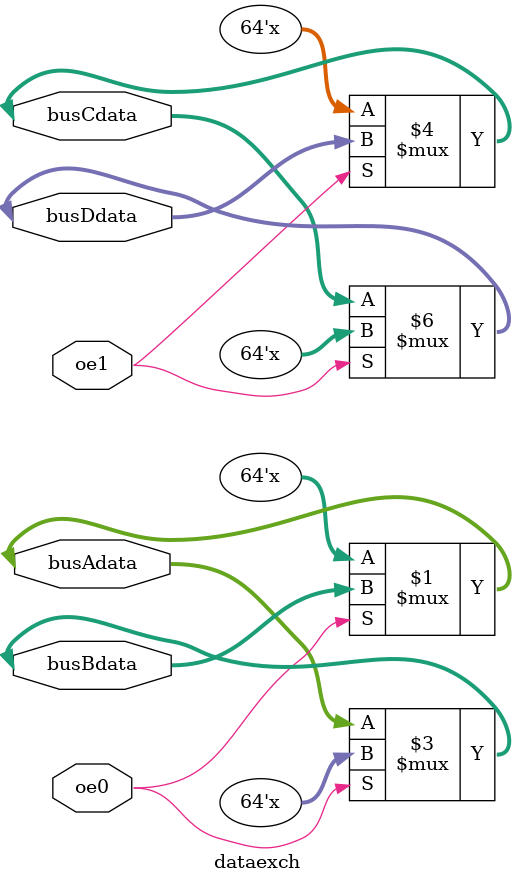
<source format=v>
module dataexch( busAdata, busBdata, busCdata, busDdata, oe0,oe1);
inout [63:0] busAdata;
inout [63:0] busBdata;
inout [63:0] busCdata;
inout [63:0] busDdata;
input oe0, oe1;


assign busAdata = oe0 ? busBdata : 64'bz;
assign busBdata = ~oe0 ? busAdata : 64'bz;
assign busCdata = oe1 ? busDdata : 64'bz;
assign busDdata = ~oe1 ? busCdata : 64'bz;

endmodule

</source>
